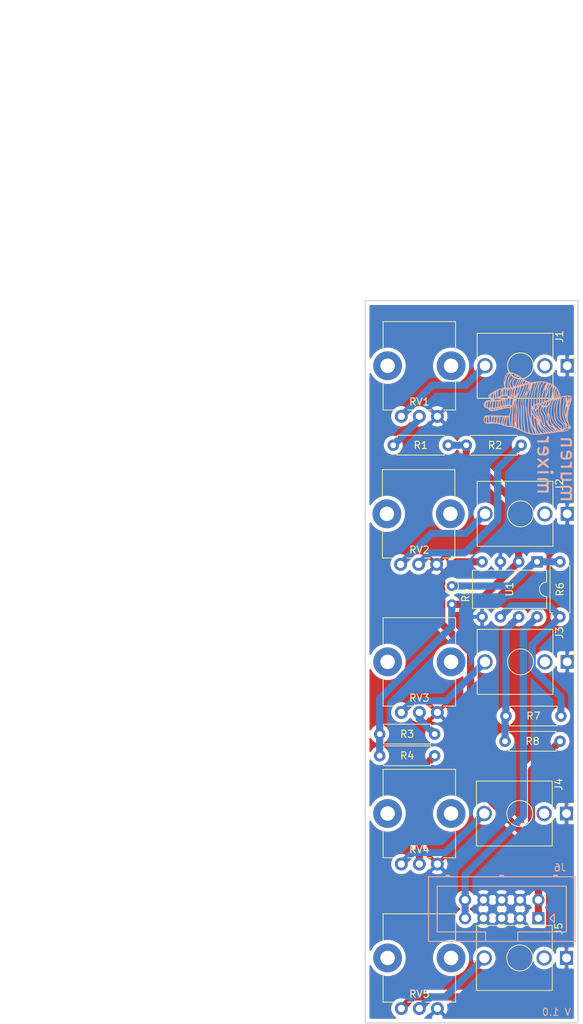
<source format=kicad_pcb>
(kicad_pcb (version 20171130) (host pcbnew 5.1.2)
  (layers (0 F.Cu signal) (31 B.Cu signal) (34 B.Paste user) (35 F.Paste user) (36 B.SilkS user) (37 F.SilkS user) (38 B.Mask user) (39 F.Mask user) (44 Edge.Cuts user))
  (net 0 "")
  (net 1 "Net-(R1-Pad1)")
  (net 2 "Net-(R1-Pad2)")
  (net 3 "Net-(R2-Pad2)")
  (net 4 "Net-(R3-Pad2)")
  (net 5 "Net-(R4-Pad2)")
  (net 6 "Net-(R5-Pad1)")
  (net 7 "Net-(R6-Pad1)")
  (net 8 "Net-(R7-Pad1)")
  (net 9 GND)
  (net 10 -12V)
  (net 11 +12V)
  (net 12 "Net-(R8-Pad1)")
  (net 13 "Net-(J2-PadT)")
  (net 14 "Net-(J2-PadTN)")
  (net 15 "Net-(J3-PadT)")
  (net 16 "Net-(J3-PadTN)")
  (net 17 "Net-(J4-PadT)")
  (net 18 "Net-(J4-PadTN)")
  (net 19 "Net-(J1-PadT)")
  (net 20 "Net-(J5-PadT)")
  (net 21 "Net-(J1-PadTN)")
  (net 22 "Net-(J5-PadTN)")
  (module Connector_Multicomp:Multicomp_MC9A12-1034_2x05_P2.54mm_Vertical (layer B.Cu) (at 85 132.5 180)
    (fp_text reference J6 (at -3 7) (layer B.SilkS) (effects (justify mirror)))
    (fp_text value Conn_02x05_Odd_Even)
    (pad 10 thru_hole circle (at 10.16 2.54 180) (size 1.7 1.7) (drill 1) (layers *.Cu *.Mask) (net 11 +12V))
    (pad 9 thru_hole circle (at 10.16 0 180) (size 1.7 1.7) (drill 1) (layers *.Cu *.Mask) (net 11 +12V))
    (pad 8 thru_hole circle (at 7.62 2.54 180) (size 1.7 1.7) (drill 1) (layers *.Cu *.Mask) (net 9 GND))
    (pad 7 thru_hole circle (at 7.62 0 180) (size 1.7 1.7) (drill 1) (layers *.Cu *.Mask) (net 9 GND))
    (pad 6 thru_hole circle (at 5.08 2.54 180) (size 1.7 1.7) (drill 1) (layers *.Cu *.Mask) (net 9 GND))
    (pad 5 thru_hole circle (at 5.08 0 180) (size 1.7 1.7) (drill 1) (layers *.Cu *.Mask) (net 9 GND))
    (pad 4 thru_hole circle (at 2.54 2.54 180) (size 1.7 1.7) (drill 1) (layers *.Cu *.Mask) (net 9 GND))
    (pad 3 thru_hole circle (at 2.54 0 180) (size 1.7 1.7) (drill 1) (layers *.Cu *.Mask) (net 9 GND))
    (pad 2 thru_hole circle (at 0 2.54 180) (size 1.7 1.7) (drill 1) (layers *.Cu *.Mask) (net 10 -12V))
    (pad 1 thru_hole rect (at 0 0 180) (size 1.7 1.7) (drill 1) (layers *.Cu *.Mask) (net 10 -12V))
  )
  (module fox_smaller (layer B.Cu) (at 83.5 61.5 90)
    (fp_text reference G*** hide)
    (fp_text value LOGO hide)
  )
  (module Connector_Audio:Jack_3.5mm_QingPu_WQP-PJ398SM_Vertical_CircularHoles (layer F.Cu) (at 88.9 138 270)
    (fp_text reference J5 (at -4.03 1.08 270) (layer F.SilkS))
    (fp_text value out)
    (pad T thru_hole circle (at 0 11.4 90) (size 2.13 2.13) (drill 1.43) (layers *.Cu *.Mask) (net 20 "Net-(J5-PadT)"))
    (pad S thru_hole rect (at 0 0 90) (size 1.93 1.83) (drill 1.22) (layers *.Cu *.Mask) (net 9 GND))
    (pad TN thru_hole circle (at 0 3.1 90) (size 2.13 2.13) (drill 1.42) (layers *.Cu *.Mask) (net 22 "Net-(J5-PadTN)"))
  )
  (module Resistor_THT:R_Axial_DIN0207_L6.3mm_D2.5mm_P7.62mm_Horizontal (layer F.Cu) (at 80.5 104.5)
    (fp_text reference R7 (at 3.81 0) (layer F.SilkS))
    (fp_text value 120k)
    (pad 2 thru_hole oval (at 7.62 0) (size 1.6 1.6) (drill 0.8) (layers *.Cu *.Mask) (net 7 "Net-(R6-Pad1)"))
    (pad 1 thru_hole circle (at 0 0) (size 1.6 1.6) (drill 0.8) (layers *.Cu *.Mask) (net 8 "Net-(R7-Pad1)"))
  )
  (module Connector_Audio:Jack_3.5mm_QingPu_WQP-PJ398SM_Vertical_CircularHoles (layer F.Cu) (at 89 56 270)
    (fp_text reference J1 (at -4.03 1.08 270) (layer F.SilkS))
    (fp_text value "IN 1")
    (pad T thru_hole circle (at 0 11.4 90) (size 2.13 2.13) (drill 1.43) (layers *.Cu *.Mask) (net 19 "Net-(J1-PadT)"))
    (pad S thru_hole rect (at 0 0 90) (size 1.93 1.83) (drill 1.22) (layers *.Cu *.Mask) (net 9 GND))
    (pad TN thru_hole circle (at 0 3.1 90) (size 2.13 2.13) (drill 1.42) (layers *.Cu *.Mask) (net 21 "Net-(J1-PadTN)"))
  )
  (module Potentiometer_THT:Potentiometer_Alps_RK09K_Single_Vertical (layer F.Cu) (at 71 145 90)
    (fp_text reference RV5 (at 2 -2.5 180) (layer F.SilkS))
    (fp_text value 50k)
    (pad "" np_thru_hole circle (at 7 1.9 90) (size 4 4) (drill 2) (layers *.Cu *.Mask))
    (pad "" np_thru_hole circle (at 7 -6.9 90) (size 4 4) (drill 2) (layers *.Cu *.Mask))
    (pad 1 thru_hole circle (at 0 0 90) (size 1.8 1.8) (drill 1) (layers *.Cu *.Mask) (net 9 GND))
    (pad 2 thru_hole circle (at 0 -2.5 90) (size 1.8 1.8) (drill 1) (layers *.Cu *.Mask) (net 20 "Net-(J5-PadT)"))
    (pad 3 thru_hole circle (at 0 -5 90) (size 1.8 1.8) (drill 1) (layers *.Cu *.Mask) (net 12 "Net-(R8-Pad1)"))
  )
  (module Potentiometer_THT:Potentiometer_Alps_RK09K_Single_Vertical (layer F.Cu) (at 71 125 90)
    (fp_text reference RV4 (at 2 -2.5 180) (layer F.SilkS))
    (fp_text value 50k)
    (pad "" np_thru_hole circle (at 7 1.9 90) (size 4 4) (drill 2) (layers *.Cu *.Mask))
    (pad "" np_thru_hole circle (at 7 -6.9 90) (size 4 4) (drill 2) (layers *.Cu *.Mask))
    (pad 1 thru_hole circle (at 0 0 90) (size 1.8 1.8) (drill 1) (layers *.Cu *.Mask) (net 9 GND))
    (pad 2 thru_hole circle (at 0 -2.5 90) (size 1.8 1.8) (drill 1) (layers *.Cu *.Mask) (net 5 "Net-(R4-Pad2)"))
    (pad 3 thru_hole circle (at 0 -5 90) (size 1.8 1.8) (drill 1) (layers *.Cu *.Mask) (net 17 "Net-(J4-PadT)"))
  )
  (module Potentiometer_THT:Potentiometer_Alps_RK09K_Single_Vertical (layer F.Cu) (at 71 104 90)
    (fp_text reference RV3 (at 2 -2.5 180) (layer F.SilkS))
    (fp_text value 50k)
    (pad "" np_thru_hole circle (at 7 1.9 90) (size 4 4) (drill 2) (layers *.Cu *.Mask))
    (pad "" np_thru_hole circle (at 7 -6.9 90) (size 4 4) (drill 2) (layers *.Cu *.Mask))
    (pad 1 thru_hole circle (at 0 0 90) (size 1.8 1.8) (drill 1) (layers *.Cu *.Mask) (net 9 GND))
    (pad 2 thru_hole circle (at 0 -2.5 90) (size 1.8 1.8) (drill 1) (layers *.Cu *.Mask) (net 4 "Net-(R3-Pad2)"))
    (pad 3 thru_hole circle (at 0 -5 90) (size 1.8 1.8) (drill 1) (layers *.Cu *.Mask) (net 15 "Net-(J3-PadT)"))
  )
  (module Potentiometer_THT:Potentiometer_Alps_RK09K_Single_Vertical (layer F.Cu) (at 70.9 83.5 90)
    (fp_text reference RV2 (at 2 -2.4 180) (layer F.SilkS))
    (fp_text value 50k)
    (pad "" np_thru_hole circle (at 7 1.9 90) (size 4 4) (drill 2) (layers *.Cu *.Mask))
    (pad "" np_thru_hole circle (at 7 -6.9 90) (size 4 4) (drill 2) (layers *.Cu *.Mask))
    (pad 1 thru_hole circle (at 0 0 90) (size 1.8 1.8) (drill 1) (layers *.Cu *.Mask) (net 9 GND))
    (pad 2 thru_hole circle (at 0 -2.5 90) (size 1.8 1.8) (drill 1) (layers *.Cu *.Mask) (net 3 "Net-(R2-Pad2)"))
    (pad 3 thru_hole circle (at 0 -5 90) (size 1.8 1.8) (drill 1) (layers *.Cu *.Mask) (net 13 "Net-(J2-PadT)"))
  )
  (module Potentiometer_THT:Potentiometer_Alps_RK09K_Single_Vertical (layer F.Cu) (at 71 63 90)
    (fp_text reference RV1 (at 2 -2.5 180) (layer F.SilkS))
    (fp_text value 50k)
    (pad "" np_thru_hole circle (at 7 1.9 90) (size 4 4) (drill 2) (layers *.Cu *.Mask))
    (pad "" np_thru_hole circle (at 7 -6.9 90) (size 4 4) (drill 2) (layers *.Cu *.Mask))
    (pad 1 thru_hole circle (at 0 0 90) (size 1.8 1.8) (drill 1) (layers *.Cu *.Mask) (net 9 GND))
    (pad 2 thru_hole circle (at 0 -2.5 90) (size 1.8 1.8) (drill 1) (layers *.Cu *.Mask) (net 2 "Net-(R1-Pad2)"))
    (pad 3 thru_hole circle (at 0 -5 90) (size 1.8 1.8) (drill 1) (layers *.Cu *.Mask) (net 19 "Net-(J1-PadT)"))
  )
  (module Connector_Audio:Jack_3.5mm_QingPu_WQP-PJ398SM_Vertical_CircularHoles (layer F.Cu) (at 88.9 118 270)
    (fp_text reference J4 (at -4.03 1.08 270) (layer F.SilkS))
    (fp_text value "IN 1")
    (pad T thru_hole circle (at 0 11.4 90) (size 2.13 2.13) (drill 1.43) (layers *.Cu *.Mask) (net 17 "Net-(J4-PadT)"))
    (pad S thru_hole rect (at 0 0 90) (size 1.93 1.83) (drill 1.22) (layers *.Cu *.Mask) (net 9 GND))
    (pad TN thru_hole circle (at 0 3.1 90) (size 2.13 2.13) (drill 1.42) (layers *.Cu *.Mask) (net 18 "Net-(J4-PadTN)"))
  )
  (module Connector_Audio:Jack_3.5mm_QingPu_WQP-PJ398SM_Vertical_CircularHoles (layer F.Cu) (at 89 97 270)
    (fp_text reference J3 (at -4.03 1.08 270) (layer F.SilkS))
    (fp_text value "IN 1")
    (pad T thru_hole circle (at 0 11.4 90) (size 2.13 2.13) (drill 1.43) (layers *.Cu *.Mask) (net 15 "Net-(J3-PadT)"))
    (pad S thru_hole rect (at 0 0 90) (size 1.93 1.83) (drill 1.22) (layers *.Cu *.Mask) (net 9 GND))
    (pad TN thru_hole circle (at 0 3.1 90) (size 2.13 2.13) (drill 1.42) (layers *.Cu *.Mask) (net 16 "Net-(J3-PadTN)"))
  )
  (module Connector_Audio:Jack_3.5mm_QingPu_WQP-PJ398SM_Vertical_CircularHoles (layer F.Cu) (at 89 76.5 270)
    (fp_text reference J2 (at -4.03 1.08 270) (layer F.SilkS))
    (fp_text value "IN 1")
    (pad T thru_hole circle (at 0 11.4 90) (size 2.13 2.13) (drill 1.43) (layers *.Cu *.Mask) (net 13 "Net-(J2-PadT)"))
    (pad S thru_hole rect (at 0 0 90) (size 1.93 1.83) (drill 1.22) (layers *.Cu *.Mask) (net 9 GND))
    (pad TN thru_hole circle (at 0 3.1 90) (size 2.13 2.13) (drill 1.42) (layers *.Cu *.Mask) (net 14 "Net-(J2-PadTN)"))
  )
  (module Resistor_THT:R_Axial_DIN0204_L3.6mm_D1.6mm_P2.54mm_Vertical (layer F.Cu) (at 73 86.5 270)
    (fp_text reference R5 (at 1.27 -1.92 270) (layer F.SilkS))
    (fp_text value 120k)
    (pad 2 thru_hole oval (at 2.54 0 270) (size 1.4 1.4) (drill 0.7) (layers *.Cu *.Mask) (net 1 "Net-(R1-Pad1)"))
    (pad 1 thru_hole circle (at 0 0 270) (size 1.4 1.4) (drill 0.7) (layers *.Cu *.Mask) (net 6 "Net-(R5-Pad1)"))
  )
  (module Resistor_THT:R_Axial_DIN0207_L6.3mm_D2.5mm_P7.62mm_Horizontal (layer F.Cu) (at 88 108 180)
    (fp_text reference R8 (at 3.81 0) (layer F.SilkS))
    (fp_text value 1k)
    (pad 1 thru_hole circle (at 0 0 180) (size 1.6 1.6) (drill 0.8) (layers *.Cu *.Mask) (net 12 "Net-(R8-Pad1)"))
    (pad 2 thru_hole oval (at 7.62 0 180) (size 1.6 1.6) (drill 0.8) (layers *.Cu *.Mask) (net 8 "Net-(R7-Pad1)"))
  )
  (module Resistor_THT:R_Axial_DIN0207_L6.3mm_D2.5mm_P7.62mm_Horizontal (layer F.Cu) (at 87.99 90.765 90)
    (fp_text reference R6 (at 3.81 0.01 270) (layer F.SilkS))
    (fp_text value 120k)
    (pad 1 thru_hole circle (at 0 0 90) (size 1.6 1.6) (drill 0.8) (layers *.Cu *.Mask) (net 7 "Net-(R6-Pad1)"))
    (pad 2 thru_hole oval (at 7.62 0 90) (size 1.6 1.6) (drill 0.8) (layers *.Cu *.Mask) (net 6 "Net-(R5-Pad1)"))
  )
  (module Resistor_THT:R_Axial_DIN0207_L6.3mm_D2.5mm_P7.62mm_Horizontal (layer F.Cu) (at 63 110)
    (fp_text reference R4 (at 3.81 0 180) (layer F.SilkS))
    (fp_text value 120k)
    (pad 1 thru_hole circle (at 0 0) (size 1.6 1.6) (drill 0.8) (layers *.Cu *.Mask) (net 1 "Net-(R1-Pad1)"))
    (pad 2 thru_hole oval (at 7.62 0) (size 1.6 1.6) (drill 0.8) (layers *.Cu *.Mask) (net 5 "Net-(R4-Pad2)"))
  )
  (module Resistor_THT:R_Axial_DIN0207_L6.3mm_D2.5mm_P7.62mm_Horizontal (layer F.Cu) (at 63 107)
    (fp_text reference R3 (at 3.81 0) (layer F.SilkS))
    (fp_text value 120k)
    (pad 2 thru_hole oval (at 7.62 0) (size 1.6 1.6) (drill 0.8) (layers *.Cu *.Mask) (net 4 "Net-(R3-Pad2)"))
    (pad 1 thru_hole circle (at 0 0) (size 1.6 1.6) (drill 0.8) (layers *.Cu *.Mask) (net 1 "Net-(R1-Pad1)"))
  )
  (module Resistor_THT:R_Axial_DIN0207_L6.3mm_D2.5mm_P7.62mm_Horizontal (layer F.Cu) (at 75 67)
    (fp_text reference R2 (at 4 0 180) (layer F.SilkS))
    (fp_text value 120k)
    (pad 1 thru_hole circle (at 0 0) (size 1.6 1.6) (drill 0.8) (layers *.Cu *.Mask) (net 1 "Net-(R1-Pad1)"))
    (pad 2 thru_hole oval (at 7.62 0) (size 1.6 1.6) (drill 0.8) (layers *.Cu *.Mask) (net 3 "Net-(R2-Pad2)"))
  )
  (module Package_DIP:DIP-8_W7.62mm (layer F.Cu) (at 84.815 83.145 270)
    (fp_text reference U1 (at 3.81 3.815 90) (layer F.SilkS))
    (fp_text value TL072)
    (pad 1 thru_hole rect (at 0 0 270) (size 1.6 1.6) (drill 0.8) (layers *.Cu *.Mask) (net 6 "Net-(R5-Pad1)"))
    (pad 5 thru_hole oval (at 7.62 7.62 270) (size 1.6 1.6) (drill 0.8) (layers *.Cu *.Mask) (net 9 GND))
    (pad 2 thru_hole oval (at 0 2.54 270) (size 1.6 1.6) (drill 0.8) (layers *.Cu *.Mask) (net 1 "Net-(R1-Pad1)"))
    (pad 6 thru_hole oval (at 7.62 5.08 270) (size 1.6 1.6) (drill 0.8) (layers *.Cu *.Mask) (net 7 "Net-(R6-Pad1)"))
    (pad 3 thru_hole oval (at 0 5.08 270) (size 1.6 1.6) (drill 0.8) (layers *.Cu *.Mask) (net 9 GND))
    (pad 7 thru_hole oval (at 7.62 2.54 270) (size 1.6 1.6) (drill 0.8) (layers *.Cu *.Mask) (net 8 "Net-(R7-Pad1)"))
    (pad 4 thru_hole oval (at 0 7.62 270) (size 1.6 1.6) (drill 0.8) (layers *.Cu *.Mask) (net 10 -12V))
    (pad 8 thru_hole oval (at 7.62 0 270) (size 1.6 1.6) (drill 0.8) (layers *.Cu *.Mask) (net 11 +12V))
  )
  (module Resistor_THT:R_Axial_DIN0207_L6.3mm_D2.5mm_P7.62mm_Horizontal (layer F.Cu) (at 72.5 67 180)
    (fp_text reference R1 (at 3.81 0) (layer F.SilkS))
    (fp_text value 120k)
    (pad 1 thru_hole circle (at 0 0 180) (size 1.6 1.6) (drill 0.8) (layers *.Cu *.Mask) (net 1 "Net-(R1-Pad1)"))
    (pad 2 thru_hole oval (at 7.62 0 180) (size 1.6 1.6) (drill 0.8) (layers *.Cu *.Mask) (net 2 "Net-(R1-Pad2)"))
  )
  (gr_text "V 1.0" (at 87.5 145.5) (layer B.SilkS) (effects (font (size 1 1)) (justify mirror)))
  (gr_text "muren\nmixer" (at 87.5 65.5 270) (layer B.SilkS) (effects (font (size 2 2) (thickness 0.3)) (justify right mirror)))
  (gr_line (start 61 147) (end 61 47) (layer Edge.Cuts) (width 0.15))
  (gr_line (start 90.5 147) (end 61 147) (layer Edge.Cuts) (width 0.15))
  (gr_line (start 90.5 47) (end 90.5 147) (layer Edge.Cuts) (width 0.15))
  (gr_line (start 61 47) (end 90.5 47) (layer Edge.Cuts) (width 0.15))
  (segment (start 72.5 67) (end 75 67) (width 1) (layer B.Cu) (net 1))
  (segment (start 82.275 82.01363) (end 82.275 83.145) (width 1) (layer F.Cu) (net 1))
  (segment (start 82.275 75.487202) (end 82.275 82.01363) (width 1) (layer F.Cu) (net 1))
  (segment (start 75 68.212202) (end 82.275 75.487202) (width 1) (layer F.Cu) (net 1))
  (segment (start 75 67) (end 75 68.212202) (width 1) (layer F.Cu) (net 1))
  (segment (start 76.38 89.04) (end 82.275 83.145) (width 1) (layer F.Cu) (net 1))
  (segment (start 73 89.04) (end 76.38 89.04) (width 1) (layer F.Cu) (net 1))
  (segment (start 63 110) (end 63 107) (width 1) (layer B.Cu) (net 1))
  (segment (start 63 102.096002) (end 63 107) (width 1) (layer B.Cu) (net 1))
  (segment (start 73 89.04) (end 73 92.096002) (width 1) (layer B.Cu) (net 1))
  (segment (start 73 92.096002) (end 63 102.096002) (width 1) (layer B.Cu) (net 1))
  (segment (start 68.5 63.38) (end 64.88 67) (width 1) (layer B.Cu) (net 2))
  (segment (start 68.5 63) (end 68.5 63.38) (width 1) (layer B.Cu) (net 2))
  (segment (start 69.299999 82.600001) (end 68.4 83.5) (width 1) (layer B.Cu) (net 3))
  (segment (start 70.000001 81.899999) (end 69.299999 82.600001) (width 1) (layer B.Cu) (net 3))
  (segment (start 79.365001 77.347201) (end 74.812203 81.899999) (width 1) (layer B.Cu) (net 3))
  (segment (start 79.365001 70.254999) (end 79.365001 77.347201) (width 1) (layer B.Cu) (net 3))
  (segment (start 74.812203 81.899999) (end 70.000001 81.899999) (width 1) (layer B.Cu) (net 3))
  (segment (start 82.62 67) (end 79.365001 70.254999) (width 1) (layer B.Cu) (net 3))
  (segment (start 68.5 104) (end 68.5 104.38) (width 1) (layer B.Cu) (net 4))
  (segment (start 68.5 104.88) (end 70.62 107) (width 1) (layer B.Cu) (net 4))
  (segment (start 68.5 104) (end 68.5 104.88) (width 1) (layer B.Cu) (net 4))
  (segment (start 68.5 125) (end 68.5 125.38) (width 1) (layer B.Cu) (net 5))
  (segment (start 68.5 112.12) (end 68.5 112.5) (width 1) (layer F.Cu) (net 5))
  (segment (start 70.62 110) (end 68.5 112.12) (width 1) (layer F.Cu) (net 5))
  (segment (start 68.5 125) (end 68.5 112.5) (width 1) (layer F.Cu) (net 5))
  (segment (start 68.5 112.5) (end 68.5 112) (width 1) (layer F.Cu) (net 5))
  (segment (start 73.989949 86.5) (end 73 86.5) (width 1) (layer B.Cu) (net 6))
  (segment (start 81.140002 86.5) (end 73.989949 86.5) (width 1) (layer B.Cu) (net 6))
  (segment (start 84.495002 83.145) (end 81.140002 86.5) (width 1) (layer B.Cu) (net 6))
  (segment (start 84.815 83.145) (end 84.495002 83.145) (width 1) (layer B.Cu) (net 6))
  (segment (start 87.99 83.145) (end 84.815 83.145) (width 1) (layer B.Cu) (net 6))
  (segment (start 87.190001 89.965001) (end 87.99 90.765) (width 1) (layer B.Cu) (net 7))
  (segment (start 86.489999 89.264999) (end 87.190001 89.965001) (width 1) (layer B.Cu) (net 7))
  (segment (start 81.235001 89.264999) (end 86.489999 89.264999) (width 1) (layer B.Cu) (net 7))
  (segment (start 79.735 90.765) (end 81.235001 89.264999) (width 1) (layer B.Cu) (net 7))
  (segment (start 87.190001 91.564999) (end 87.99 90.765) (width 1) (layer B.Cu) (net 7))
  (segment (start 84.134999 94.620001) (end 87.190001 91.564999) (width 1) (layer B.Cu) (net 7))
  (segment (start 84.134999 97.847201) (end 84.134999 94.620001) (width 1) (layer B.Cu) (net 7))
  (segment (start 88.12 101.832202) (end 84.134999 97.847201) (width 1) (layer B.Cu) (net 7))
  (segment (start 88.12 104.5) (end 88.12 101.832202) (width 1) (layer B.Cu) (net 7))
  (segment (start 80.38 104.62) (end 80.5 104.5) (width 1) (layer B.Cu) (net 8))
  (segment (start 80.38 108) (end 80.38 104.62) (width 1) (layer B.Cu) (net 8))
  (segment (start 80.5 92.54) (end 82.275 90.765) (width 1) (layer B.Cu) (net 8))
  (segment (start 80.5 104.5) (end 80.5 92.54) (width 1) (layer B.Cu) (net 8))
  (segment (start 85 129.96) (end 85 132.5) (width 1) (layer F.Cu) (net 10))
  (segment (start 85 129) (end 85 129.96) (width 1) (layer F.Cu) (net 10))
  (segment (start 85 122.887798) (end 85 129) (width 1) (layer F.Cu) (net 10))
  (segment (start 73.623002 83.145) (end 71.599999 85.168003) (width 1) (layer F.Cu) (net 10))
  (segment (start 71.599999 91.703997) (end 75.600001 95.703999) (width 1) (layer F.Cu) (net 10))
  (segment (start 75.600001 95.703999) (end 75.600001 113.487799) (width 1) (layer F.Cu) (net 10))
  (segment (start 71.599999 85.168003) (end 71.599999 91.703997) (width 1) (layer F.Cu) (net 10))
  (segment (start 77.195 83.145) (end 73.623002 83.145) (width 1) (layer F.Cu) (net 10))
  (segment (start 75.600001 113.487799) (end 85 122.887798) (width 1) (layer F.Cu) (net 10))
  (segment (start 74.84 129) (end 74.84 132.5) (width 1) (layer B.Cu) (net 11))
  (segment (start 74.84 126.46) (end 74.84 129) (width 1) (layer B.Cu) (net 11))
  (segment (start 82.934989 118.365011) (end 74.84 126.46) (width 1) (layer B.Cu) (net 11))
  (segment (start 84.815 90.765) (end 82.934989 92.645011) (width 1) (layer B.Cu) (net 11))
  (segment (start 82.934989 92.645011) (end 82.934989 118.365011) (width 1) (layer B.Cu) (net 11))
  (segment (start 67.600001 143.399999) (end 66 145) (width 1) (layer F.Cu) (net 12))
  (segment (start 88 108) (end 84.034999 111.965001) (width 1) (layer F.Cu) (net 12))
  (segment (start 84.034999 120.225727) (end 86.563601 122.754329) (width 1) (layer F.Cu) (net 12))
  (segment (start 84.034999 111.965001) (end 84.034999 120.225727) (width 1) (layer F.Cu) (net 12))
  (segment (start 86.563601 122.754329) (end 86.563601 133.896401) (width 1) (layer F.Cu) (net 12))
  (segment (start 86.563601 133.896401) (end 77.060003 143.399999) (width 1) (layer F.Cu) (net 12))
  (segment (start 77.060003 143.399999) (end 67.600001 143.399999) (width 1) (layer F.Cu) (net 12))
  (segment (start 66.799999 82.600001) (end 65.9 83.5) (width 1) (layer B.Cu) (net 13))
  (segment (start 70.199999 79.200001) (end 66.799999 82.600001) (width 1) (layer B.Cu) (net 13))
  (segment (start 74.899999 79.200001) (end 70.199999 79.200001) (width 1) (layer B.Cu) (net 13))
  (segment (start 77.6 76.5) (end 74.899999 79.200001) (width 1) (layer B.Cu) (net 13))
  (segment (start 76.535001 98.064999) (end 77.6 97) (width 1) (layer B.Cu) (net 15))
  (segment (start 72.200001 102.399999) (end 76.535001 98.064999) (width 1) (layer B.Cu) (net 15))
  (segment (start 67.600001 102.399999) (end 72.200001 102.399999) (width 1) (layer B.Cu) (net 15))
  (segment (start 66 104) (end 67.600001 102.399999) (width 1) (layer B.Cu) (net 15))
  (segment (start 76.435001 119.064999) (end 77.5 118) (width 1) (layer B.Cu) (net 17))
  (segment (start 72.100001 123.399999) (end 76.435001 119.064999) (width 1) (layer B.Cu) (net 17))
  (segment (start 67.600001 123.399999) (end 72.100001 123.399999) (width 1) (layer B.Cu) (net 17))
  (segment (start 66 125) (end 67.600001 123.399999) (width 1) (layer B.Cu) (net 17))
  (segment (start 66.899999 62.100001) (end 66 63) (width 1) (layer B.Cu) (net 19))
  (segment (start 70.299999 58.700001) (end 66.899999 62.100001) (width 1) (layer B.Cu) (net 19))
  (segment (start 74.899999 58.700001) (end 70.299999 58.700001) (width 1) (layer B.Cu) (net 19))
  (segment (start 77.6 56) (end 74.899999 58.700001) (width 1) (layer B.Cu) (net 19))
  (segment (start 69.399999 144.100001) (end 68.5 145) (width 1) (layer B.Cu) (net 20))
  (segment (start 70.100001 143.399999) (end 69.399999 144.100001) (width 1) (layer B.Cu) (net 20))
  (segment (start 72.100001 143.399999) (end 70.100001 143.399999) (width 1) (layer B.Cu) (net 20))
  (segment (start 77.5 138) (end 72.100001 143.399999) (width 1) (layer B.Cu) (net 20))
  (zone (net 9) (net_name GND) (layer F.Cu) (connect_pads (clearance 0.508)) (min_thickness 0.254) (fill yes (arc_segments 32) (thermal_gap 0.508) (thermal_bridge_width 0.508))
    (polygon (pts (xy 61 47) (xy 90.5 47) (xy 90.5 147) (xy 61 147)))
  )
  (zone (net 9) (net_name GND) (layer B.Cu) (connect_pads (clearance 0.508)) (min_thickness 0.254) (fill yes (arc_segments 32) (thermal_gap 0.508) (thermal_bridge_width 0.508))
    (polygon (pts (xy 61 47) (xy 90.5 47) (xy 90.5 147) (xy 61 147)))
  )
)
</source>
